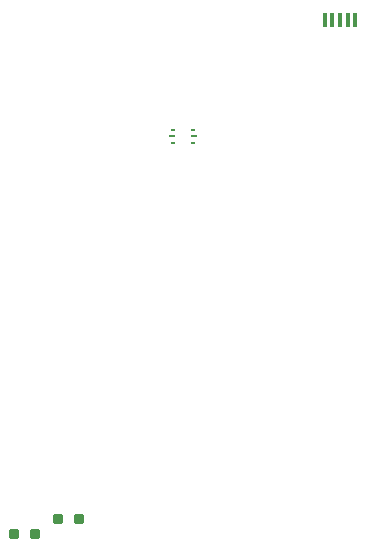
<source format=gbr>
%TF.GenerationSoftware,KiCad,Pcbnew,7.0.5*%
%TF.CreationDate,2023-07-07T07:55:25+07:00*%
%TF.ProjectId,THUC_TAPP,54485543-5f54-4415-9050-2e6b69636164,rev?*%
%TF.SameCoordinates,Original*%
%TF.FileFunction,Paste,Bot*%
%TF.FilePolarity,Positive*%
%FSLAX46Y46*%
G04 Gerber Fmt 4.6, Leading zero omitted, Abs format (unit mm)*
G04 Created by KiCad (PCBNEW 7.0.5) date 2023-07-07 07:55:25*
%MOMM*%
%LPD*%
G01*
G04 APERTURE LIST*
G04 Aperture macros list*
%AMRoundRect*
0 Rectangle with rounded corners*
0 $1 Rounding radius*
0 $2 $3 $4 $5 $6 $7 $8 $9 X,Y pos of 4 corners*
0 Add a 4 corners polygon primitive as box body*
4,1,4,$2,$3,$4,$5,$6,$7,$8,$9,$2,$3,0*
0 Add four circle primitives for the rounded corners*
1,1,$1+$1,$2,$3*
1,1,$1+$1,$4,$5*
1,1,$1+$1,$6,$7*
1,1,$1+$1,$8,$9*
0 Add four rect primitives between the rounded corners*
20,1,$1+$1,$2,$3,$4,$5,0*
20,1,$1+$1,$4,$5,$6,$7,0*
20,1,$1+$1,$6,$7,$8,$9,0*
20,1,$1+$1,$8,$9,$2,$3,0*%
G04 Aperture macros list end*
%ADD10RoundRect,0.186700X0.250000X0.237500X-0.250000X0.237500X-0.250000X-0.237500X0.250000X-0.237500X0*%
%ADD11R,0.398400X0.273400*%
%ADD12R,0.548400X0.198400*%
%ADD13R,0.348400X1.198400*%
G04 APERTURE END LIST*
D10*
%TO.C,R3*%
X127880000Y-98870000D03*
X126055000Y-98870000D03*
%TD*%
D11*
%TO.C,U6*%
X135797400Y-67004200D03*
D12*
X135722400Y-66466700D03*
D11*
X135797400Y-65929200D03*
X137497400Y-65929200D03*
D12*
X137572400Y-66466700D03*
D11*
X137497400Y-67004200D03*
%TD*%
D10*
%TO.C,R4*%
X124170000Y-100120000D03*
X122345000Y-100120000D03*
%TD*%
D13*
%TO.C,J12*%
X148650000Y-56620000D03*
X149300000Y-56620000D03*
X149950000Y-56620000D03*
X150600000Y-56620000D03*
X151250000Y-56620000D03*
%TD*%
M02*

</source>
